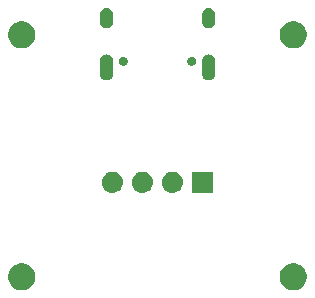
<source format=gbs>
G04 #@! TF.GenerationSoftware,KiCad,Pcbnew,(5.0.2)-1*
G04 #@! TF.CreationDate,2019-01-03T01:23:23-08:00*
G04 #@! TF.ProjectId,usb breakouts,75736220-6272-4656-916b-6f7574732e6b,rev?*
G04 #@! TF.SameCoordinates,Original*
G04 #@! TF.FileFunction,Soldermask,Bot*
G04 #@! TF.FilePolarity,Negative*
%FSLAX46Y46*%
G04 Gerber Fmt 4.6, Leading zero omitted, Abs format (unit mm)*
G04 Created by KiCad (PCBNEW (5.0.2)-1) date 1/3/2019 1:23:23 AM*
%MOMM*%
%LPD*%
G01*
G04 APERTURE LIST*
%ADD10C,0.100000*%
G04 APERTURE END LIST*
D10*
G36*
X2835734Y-21893232D02*
X3045202Y-21979996D01*
X3233723Y-22105962D01*
X3394038Y-22266277D01*
X3520004Y-22454798D01*
X3606768Y-22664266D01*
X3651000Y-22886635D01*
X3651000Y-23113365D01*
X3606768Y-23335734D01*
X3520004Y-23545202D01*
X3394038Y-23733723D01*
X3233723Y-23894038D01*
X3045202Y-24020004D01*
X2835734Y-24106768D01*
X2613365Y-24151000D01*
X2386635Y-24151000D01*
X2164266Y-24106768D01*
X1954798Y-24020004D01*
X1766277Y-23894038D01*
X1605962Y-23733723D01*
X1479996Y-23545202D01*
X1393232Y-23335734D01*
X1349000Y-23113365D01*
X1349000Y-22886635D01*
X1393232Y-22664266D01*
X1479996Y-22454798D01*
X1605962Y-22266277D01*
X1766277Y-22105962D01*
X1954798Y-21979996D01*
X2164266Y-21893232D01*
X2386635Y-21849000D01*
X2613365Y-21849000D01*
X2835734Y-21893232D01*
X2835734Y-21893232D01*
G37*
G36*
X25835734Y-21893232D02*
X26045202Y-21979996D01*
X26233723Y-22105962D01*
X26394038Y-22266277D01*
X26520004Y-22454798D01*
X26606768Y-22664266D01*
X26651000Y-22886635D01*
X26651000Y-23113365D01*
X26606768Y-23335734D01*
X26520004Y-23545202D01*
X26394038Y-23733723D01*
X26233723Y-23894038D01*
X26045202Y-24020004D01*
X25835734Y-24106768D01*
X25613365Y-24151000D01*
X25386635Y-24151000D01*
X25164266Y-24106768D01*
X24954798Y-24020004D01*
X24766277Y-23894038D01*
X24605962Y-23733723D01*
X24479996Y-23545202D01*
X24393232Y-23335734D01*
X24349000Y-23113365D01*
X24349000Y-22886635D01*
X24393232Y-22664266D01*
X24479996Y-22454798D01*
X24605962Y-22266277D01*
X24766277Y-22105962D01*
X24954798Y-21979996D01*
X25164266Y-21893232D01*
X25386635Y-21849000D01*
X25613365Y-21849000D01*
X25835734Y-21893232D01*
X25835734Y-21893232D01*
G37*
G36*
X12830443Y-14105519D02*
X12896627Y-14112037D01*
X13009853Y-14146384D01*
X13066467Y-14163557D01*
X13205087Y-14237652D01*
X13222991Y-14247222D01*
X13258729Y-14276552D01*
X13360186Y-14359814D01*
X13443448Y-14461271D01*
X13472778Y-14497009D01*
X13472779Y-14497011D01*
X13556443Y-14653533D01*
X13556443Y-14653534D01*
X13607963Y-14823373D01*
X13625359Y-15000000D01*
X13607963Y-15176627D01*
X13573616Y-15289853D01*
X13556443Y-15346467D01*
X13482348Y-15485087D01*
X13472778Y-15502991D01*
X13443448Y-15538729D01*
X13360186Y-15640186D01*
X13258729Y-15723448D01*
X13222991Y-15752778D01*
X13222989Y-15752779D01*
X13066467Y-15836443D01*
X13009853Y-15853616D01*
X12896627Y-15887963D01*
X12830443Y-15894481D01*
X12764260Y-15901000D01*
X12675740Y-15901000D01*
X12609557Y-15894481D01*
X12543373Y-15887963D01*
X12430147Y-15853616D01*
X12373533Y-15836443D01*
X12217011Y-15752779D01*
X12217009Y-15752778D01*
X12181271Y-15723448D01*
X12079814Y-15640186D01*
X11996552Y-15538729D01*
X11967222Y-15502991D01*
X11957652Y-15485087D01*
X11883557Y-15346467D01*
X11866384Y-15289853D01*
X11832037Y-15176627D01*
X11814641Y-15000000D01*
X11832037Y-14823373D01*
X11883557Y-14653534D01*
X11883557Y-14653533D01*
X11967221Y-14497011D01*
X11967222Y-14497009D01*
X11996552Y-14461271D01*
X12079814Y-14359814D01*
X12181271Y-14276552D01*
X12217009Y-14247222D01*
X12234913Y-14237652D01*
X12373533Y-14163557D01*
X12430147Y-14146384D01*
X12543373Y-14112037D01*
X12609557Y-14105519D01*
X12675740Y-14099000D01*
X12764260Y-14099000D01*
X12830443Y-14105519D01*
X12830443Y-14105519D01*
G37*
G36*
X18701000Y-15901000D02*
X16899000Y-15901000D01*
X16899000Y-14099000D01*
X18701000Y-14099000D01*
X18701000Y-15901000D01*
X18701000Y-15901000D01*
G37*
G36*
X15370443Y-14105519D02*
X15436627Y-14112037D01*
X15549853Y-14146384D01*
X15606467Y-14163557D01*
X15745087Y-14237652D01*
X15762991Y-14247222D01*
X15798729Y-14276552D01*
X15900186Y-14359814D01*
X15983448Y-14461271D01*
X16012778Y-14497009D01*
X16012779Y-14497011D01*
X16096443Y-14653533D01*
X16096443Y-14653534D01*
X16147963Y-14823373D01*
X16165359Y-15000000D01*
X16147963Y-15176627D01*
X16113616Y-15289853D01*
X16096443Y-15346467D01*
X16022348Y-15485087D01*
X16012778Y-15502991D01*
X15983448Y-15538729D01*
X15900186Y-15640186D01*
X15798729Y-15723448D01*
X15762991Y-15752778D01*
X15762989Y-15752779D01*
X15606467Y-15836443D01*
X15549853Y-15853616D01*
X15436627Y-15887963D01*
X15370443Y-15894481D01*
X15304260Y-15901000D01*
X15215740Y-15901000D01*
X15149557Y-15894481D01*
X15083373Y-15887963D01*
X14970147Y-15853616D01*
X14913533Y-15836443D01*
X14757011Y-15752779D01*
X14757009Y-15752778D01*
X14721271Y-15723448D01*
X14619814Y-15640186D01*
X14536552Y-15538729D01*
X14507222Y-15502991D01*
X14497652Y-15485087D01*
X14423557Y-15346467D01*
X14406384Y-15289853D01*
X14372037Y-15176627D01*
X14354641Y-15000000D01*
X14372037Y-14823373D01*
X14423557Y-14653534D01*
X14423557Y-14653533D01*
X14507221Y-14497011D01*
X14507222Y-14497009D01*
X14536552Y-14461271D01*
X14619814Y-14359814D01*
X14721271Y-14276552D01*
X14757009Y-14247222D01*
X14774913Y-14237652D01*
X14913533Y-14163557D01*
X14970147Y-14146384D01*
X15083373Y-14112037D01*
X15149557Y-14105519D01*
X15215740Y-14099000D01*
X15304260Y-14099000D01*
X15370443Y-14105519D01*
X15370443Y-14105519D01*
G37*
G36*
X10290443Y-14105519D02*
X10356627Y-14112037D01*
X10469853Y-14146384D01*
X10526467Y-14163557D01*
X10665087Y-14237652D01*
X10682991Y-14247222D01*
X10718729Y-14276552D01*
X10820186Y-14359814D01*
X10903448Y-14461271D01*
X10932778Y-14497009D01*
X10932779Y-14497011D01*
X11016443Y-14653533D01*
X11016443Y-14653534D01*
X11067963Y-14823373D01*
X11085359Y-15000000D01*
X11067963Y-15176627D01*
X11033616Y-15289853D01*
X11016443Y-15346467D01*
X10942348Y-15485087D01*
X10932778Y-15502991D01*
X10903448Y-15538729D01*
X10820186Y-15640186D01*
X10718729Y-15723448D01*
X10682991Y-15752778D01*
X10682989Y-15752779D01*
X10526467Y-15836443D01*
X10469853Y-15853616D01*
X10356627Y-15887963D01*
X10290443Y-15894481D01*
X10224260Y-15901000D01*
X10135740Y-15901000D01*
X10069557Y-15894481D01*
X10003373Y-15887963D01*
X9890147Y-15853616D01*
X9833533Y-15836443D01*
X9677011Y-15752779D01*
X9677009Y-15752778D01*
X9641271Y-15723448D01*
X9539814Y-15640186D01*
X9456552Y-15538729D01*
X9427222Y-15502991D01*
X9417652Y-15485087D01*
X9343557Y-15346467D01*
X9326384Y-15289853D01*
X9292037Y-15176627D01*
X9274641Y-15000000D01*
X9292037Y-14823373D01*
X9343557Y-14653534D01*
X9343557Y-14653533D01*
X9427221Y-14497011D01*
X9427222Y-14497009D01*
X9456552Y-14461271D01*
X9539814Y-14359814D01*
X9641271Y-14276552D01*
X9677009Y-14247222D01*
X9694913Y-14237652D01*
X9833533Y-14163557D01*
X9890147Y-14146384D01*
X10003373Y-14112037D01*
X10069557Y-14105519D01*
X10135740Y-14099000D01*
X10224260Y-14099000D01*
X10290443Y-14105519D01*
X10290443Y-14105519D01*
G37*
G36*
X18428015Y-4186973D02*
X18531879Y-4218479D01*
X18627600Y-4269644D01*
X18711501Y-4338499D01*
X18780356Y-4422400D01*
X18831521Y-4518121D01*
X18863027Y-4621985D01*
X18871000Y-4702933D01*
X18871000Y-5857067D01*
X18863027Y-5938015D01*
X18831521Y-6041879D01*
X18780356Y-6137600D01*
X18711501Y-6221501D01*
X18627600Y-6290356D01*
X18531878Y-6341521D01*
X18428014Y-6373027D01*
X18320000Y-6383666D01*
X18211985Y-6373027D01*
X18108121Y-6341521D01*
X18012400Y-6290356D01*
X17928499Y-6221501D01*
X17859644Y-6137600D01*
X17808479Y-6041878D01*
X17776973Y-5938014D01*
X17769000Y-5857066D01*
X17769001Y-4702933D01*
X17776974Y-4621985D01*
X17808480Y-4518121D01*
X17859645Y-4422400D01*
X17928500Y-4338499D01*
X18012401Y-4269644D01*
X18108122Y-4218479D01*
X18211986Y-4186973D01*
X18320000Y-4176334D01*
X18428015Y-4186973D01*
X18428015Y-4186973D01*
G37*
G36*
X9788015Y-4186973D02*
X9891879Y-4218479D01*
X9987600Y-4269644D01*
X10071501Y-4338499D01*
X10140356Y-4422400D01*
X10191521Y-4518121D01*
X10223027Y-4621985D01*
X10231000Y-4702933D01*
X10231000Y-5857067D01*
X10223027Y-5938015D01*
X10191521Y-6041879D01*
X10140356Y-6137600D01*
X10071501Y-6221501D01*
X9987600Y-6290356D01*
X9891878Y-6341521D01*
X9788014Y-6373027D01*
X9680000Y-6383666D01*
X9571985Y-6373027D01*
X9468121Y-6341521D01*
X9372400Y-6290356D01*
X9288499Y-6221501D01*
X9219644Y-6137600D01*
X9168479Y-6041878D01*
X9136973Y-5938014D01*
X9129000Y-5857066D01*
X9129001Y-4702933D01*
X9136974Y-4621985D01*
X9168480Y-4518121D01*
X9219645Y-4422400D01*
X9288500Y-4338499D01*
X9372401Y-4269644D01*
X9468122Y-4218479D01*
X9571986Y-4186973D01*
X9680000Y-4176334D01*
X9788015Y-4186973D01*
X9788015Y-4186973D01*
G37*
G36*
X11219672Y-4388449D02*
X11219674Y-4388450D01*
X11219675Y-4388450D01*
X11288103Y-4416793D01*
X11349409Y-4457757D01*
X11349689Y-4457944D01*
X11402056Y-4510311D01*
X11402058Y-4510314D01*
X11443207Y-4571897D01*
X11471550Y-4640325D01*
X11486000Y-4712967D01*
X11486000Y-4787033D01*
X11471550Y-4859675D01*
X11443207Y-4928103D01*
X11402243Y-4989409D01*
X11402056Y-4989689D01*
X11349689Y-5042056D01*
X11349686Y-5042058D01*
X11288103Y-5083207D01*
X11219675Y-5111550D01*
X11219674Y-5111550D01*
X11219672Y-5111551D01*
X11147034Y-5126000D01*
X11072966Y-5126000D01*
X11000328Y-5111551D01*
X11000326Y-5111550D01*
X11000325Y-5111550D01*
X10931897Y-5083207D01*
X10870314Y-5042058D01*
X10870311Y-5042056D01*
X10817944Y-4989689D01*
X10817757Y-4989409D01*
X10776793Y-4928103D01*
X10748450Y-4859675D01*
X10734000Y-4787033D01*
X10734000Y-4712967D01*
X10748450Y-4640325D01*
X10776793Y-4571897D01*
X10817942Y-4510314D01*
X10817944Y-4510311D01*
X10870311Y-4457944D01*
X10870591Y-4457757D01*
X10931897Y-4416793D01*
X11000325Y-4388450D01*
X11000326Y-4388450D01*
X11000328Y-4388449D01*
X11072966Y-4374000D01*
X11147034Y-4374000D01*
X11219672Y-4388449D01*
X11219672Y-4388449D01*
G37*
G36*
X16999672Y-4388449D02*
X16999674Y-4388450D01*
X16999675Y-4388450D01*
X17068103Y-4416793D01*
X17129409Y-4457757D01*
X17129689Y-4457944D01*
X17182056Y-4510311D01*
X17182058Y-4510314D01*
X17223207Y-4571897D01*
X17251550Y-4640325D01*
X17266000Y-4712967D01*
X17266000Y-4787033D01*
X17251550Y-4859675D01*
X17223207Y-4928103D01*
X17182243Y-4989409D01*
X17182056Y-4989689D01*
X17129689Y-5042056D01*
X17129686Y-5042058D01*
X17068103Y-5083207D01*
X16999675Y-5111550D01*
X16999674Y-5111550D01*
X16999672Y-5111551D01*
X16927034Y-5126000D01*
X16852966Y-5126000D01*
X16780328Y-5111551D01*
X16780326Y-5111550D01*
X16780325Y-5111550D01*
X16711897Y-5083207D01*
X16650314Y-5042058D01*
X16650311Y-5042056D01*
X16597944Y-4989689D01*
X16597757Y-4989409D01*
X16556793Y-4928103D01*
X16528450Y-4859675D01*
X16514000Y-4787033D01*
X16514000Y-4712967D01*
X16528450Y-4640325D01*
X16556793Y-4571897D01*
X16597942Y-4510314D01*
X16597944Y-4510311D01*
X16650311Y-4457944D01*
X16650591Y-4457757D01*
X16711897Y-4416793D01*
X16780325Y-4388450D01*
X16780326Y-4388450D01*
X16780328Y-4388449D01*
X16852966Y-4374000D01*
X16927034Y-4374000D01*
X16999672Y-4388449D01*
X16999672Y-4388449D01*
G37*
G36*
X2835734Y-1393232D02*
X3045202Y-1479996D01*
X3233723Y-1605962D01*
X3394038Y-1766277D01*
X3520004Y-1954798D01*
X3606768Y-2164266D01*
X3651000Y-2386635D01*
X3651000Y-2613365D01*
X3606768Y-2835734D01*
X3520004Y-3045202D01*
X3394038Y-3233723D01*
X3233723Y-3394038D01*
X3045202Y-3520004D01*
X2835734Y-3606768D01*
X2613365Y-3651000D01*
X2386635Y-3651000D01*
X2164266Y-3606768D01*
X1954798Y-3520004D01*
X1766277Y-3394038D01*
X1605962Y-3233723D01*
X1479996Y-3045202D01*
X1393232Y-2835734D01*
X1349000Y-2613365D01*
X1349000Y-2386635D01*
X1393232Y-2164266D01*
X1479996Y-1954798D01*
X1605962Y-1766277D01*
X1766277Y-1605962D01*
X1954798Y-1479996D01*
X2164266Y-1393232D01*
X2386635Y-1349000D01*
X2613365Y-1349000D01*
X2835734Y-1393232D01*
X2835734Y-1393232D01*
G37*
G36*
X25835734Y-1393232D02*
X26045202Y-1479996D01*
X26233723Y-1605962D01*
X26394038Y-1766277D01*
X26520004Y-1954798D01*
X26606768Y-2164266D01*
X26651000Y-2386635D01*
X26651000Y-2613365D01*
X26606768Y-2835734D01*
X26520004Y-3045202D01*
X26394038Y-3233723D01*
X26233723Y-3394038D01*
X26045202Y-3520004D01*
X25835734Y-3606768D01*
X25613365Y-3651000D01*
X25386635Y-3651000D01*
X25164266Y-3606768D01*
X24954798Y-3520004D01*
X24766277Y-3394038D01*
X24605962Y-3233723D01*
X24479996Y-3045202D01*
X24393232Y-2835734D01*
X24349000Y-2613365D01*
X24349000Y-2386635D01*
X24393232Y-2164266D01*
X24479996Y-1954798D01*
X24605962Y-1766277D01*
X24766277Y-1605962D01*
X24954798Y-1479996D01*
X25164266Y-1393232D01*
X25386635Y-1349000D01*
X25613365Y-1349000D01*
X25835734Y-1393232D01*
X25835734Y-1393232D01*
G37*
G36*
X9788015Y-256973D02*
X9891879Y-288479D01*
X9987600Y-339644D01*
X10071501Y-408499D01*
X10140356Y-492400D01*
X10191521Y-588121D01*
X10223027Y-691985D01*
X10231000Y-772933D01*
X10231000Y-1427067D01*
X10223027Y-1508015D01*
X10191521Y-1611879D01*
X10140356Y-1707600D01*
X10071501Y-1791501D01*
X9987600Y-1860356D01*
X9891878Y-1911521D01*
X9788014Y-1943027D01*
X9680000Y-1953666D01*
X9571985Y-1943027D01*
X9468121Y-1911521D01*
X9372400Y-1860356D01*
X9288499Y-1791501D01*
X9219644Y-1707600D01*
X9168479Y-1611878D01*
X9136973Y-1508014D01*
X9129000Y-1427066D01*
X9129000Y-772933D01*
X9136973Y-691985D01*
X9168480Y-588121D01*
X9219645Y-492400D01*
X9288500Y-408499D01*
X9372401Y-339644D01*
X9468122Y-288479D01*
X9571986Y-256973D01*
X9680000Y-246334D01*
X9788015Y-256973D01*
X9788015Y-256973D01*
G37*
G36*
X18428015Y-256973D02*
X18531879Y-288479D01*
X18627600Y-339644D01*
X18711501Y-408499D01*
X18780356Y-492400D01*
X18831521Y-588121D01*
X18863027Y-691985D01*
X18871000Y-772933D01*
X18871000Y-1427067D01*
X18863027Y-1508015D01*
X18831521Y-1611879D01*
X18780356Y-1707600D01*
X18711501Y-1791501D01*
X18627600Y-1860356D01*
X18531878Y-1911521D01*
X18428014Y-1943027D01*
X18320000Y-1953666D01*
X18211985Y-1943027D01*
X18108121Y-1911521D01*
X18012400Y-1860356D01*
X17928499Y-1791501D01*
X17859644Y-1707600D01*
X17808479Y-1611878D01*
X17776973Y-1508014D01*
X17769000Y-1427066D01*
X17769000Y-772933D01*
X17776973Y-691985D01*
X17808480Y-588121D01*
X17859645Y-492400D01*
X17928500Y-408499D01*
X18012401Y-339644D01*
X18108122Y-288479D01*
X18211986Y-256973D01*
X18320000Y-246334D01*
X18428015Y-256973D01*
X18428015Y-256973D01*
G37*
M02*

</source>
